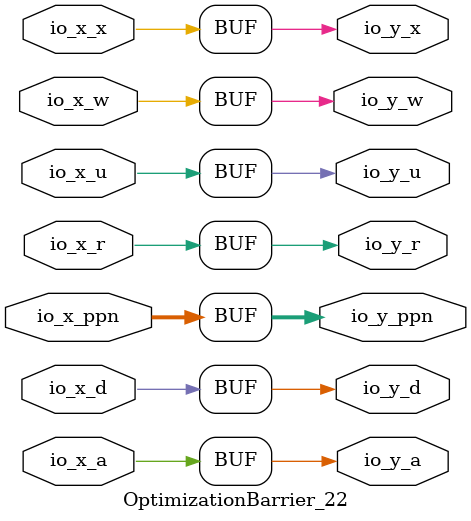
<source format=v>
module OptimizationBarrier_22(
  input  [53:0] io_x_ppn,
  input         io_x_d,
  input         io_x_a,
  input         io_x_u,
  input         io_x_x,
  input         io_x_w,
  input         io_x_r,
  output [53:0] io_y_ppn,
  output        io_y_d,
  output        io_y_a,
  output        io_y_u,
  output        io_y_x,
  output        io_y_w,
  output        io_y_r
);
  assign io_y_ppn = io_x_ppn; 
  assign io_y_d = io_x_d; 
  assign io_y_a = io_x_a; 
  assign io_y_u = io_x_u; 
  assign io_y_x = io_x_x; 
  assign io_y_w = io_x_w; 
  assign io_y_r = io_x_r; 
endmodule
</source>
